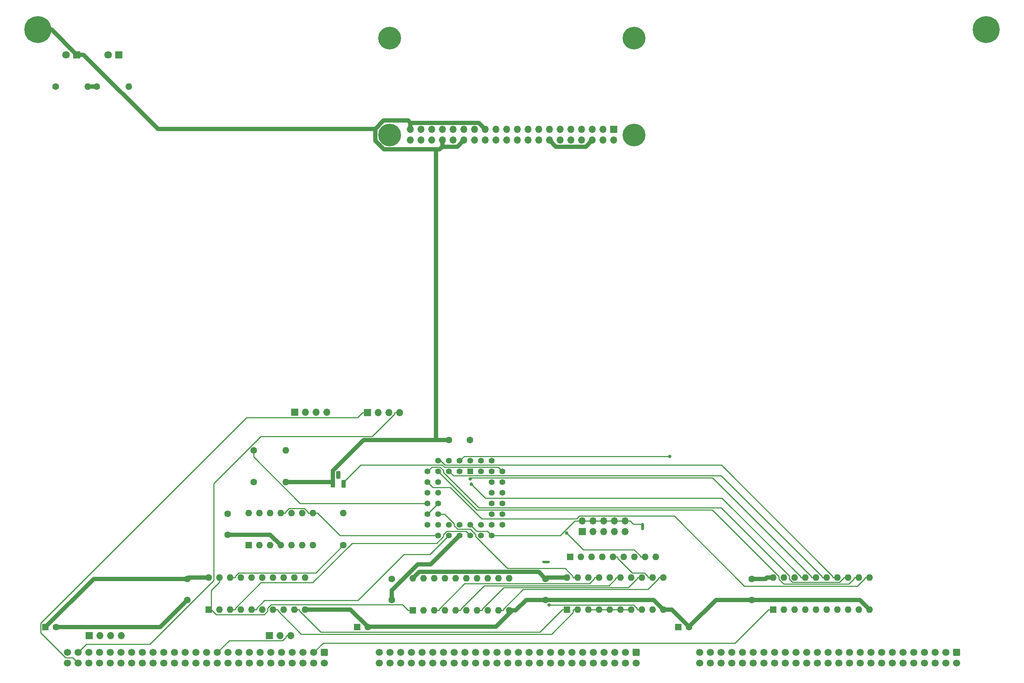
<source format=gbr>
%TF.GenerationSoftware,KiCad,Pcbnew,(6.0.11)*%
%TF.CreationDate,2023-10-14T11:52:56-04:00*%
%TF.ProjectId,input-output.SelfHost,696e7075-742d-46f7-9574-7075742e5365,rev?*%
%TF.SameCoordinates,Original*%
%TF.FileFunction,Copper,L1,Top*%
%TF.FilePolarity,Positive*%
%FSLAX46Y46*%
G04 Gerber Fmt 4.6, Leading zero omitted, Abs format (unit mm)*
G04 Created by KiCad (PCBNEW (6.0.11)) date 2023-10-14 11:52:56*
%MOMM*%
%LPD*%
G01*
G04 APERTURE LIST*
G04 Aperture macros list*
%AMRoundRect*
0 Rectangle with rounded corners*
0 $1 Rounding radius*
0 $2 $3 $4 $5 $6 $7 $8 $9 X,Y pos of 4 corners*
0 Add a 4 corners polygon primitive as box body*
4,1,4,$2,$3,$4,$5,$6,$7,$8,$9,$2,$3,0*
0 Add four circle primitives for the rounded corners*
1,1,$1+$1,$2,$3*
1,1,$1+$1,$4,$5*
1,1,$1+$1,$6,$7*
1,1,$1+$1,$8,$9*
0 Add four rect primitives between the rounded corners*
20,1,$1+$1,$2,$3,$4,$5,0*
20,1,$1+$1,$4,$5,$6,$7,0*
20,1,$1+$1,$6,$7,$8,$9,0*
20,1,$1+$1,$8,$9,$2,$3,0*%
G04 Aperture macros list end*
%TA.AperFunction,ComponentPad*%
%ADD10C,6.400000*%
%TD*%
%TA.AperFunction,ComponentPad*%
%ADD11RoundRect,0.250000X-0.600000X0.600000X-0.600000X-0.600000X0.600000X-0.600000X0.600000X0.600000X0*%
%TD*%
%TA.AperFunction,ComponentPad*%
%ADD12C,1.700000*%
%TD*%
%TA.AperFunction,ComponentPad*%
%ADD13R,1.700000X1.700000*%
%TD*%
%TA.AperFunction,ComponentPad*%
%ADD14O,1.700000X1.700000*%
%TD*%
%TA.AperFunction,ComponentPad*%
%ADD15C,5.400000*%
%TD*%
%TA.AperFunction,ComponentPad*%
%ADD16C,1.600000*%
%TD*%
%TA.AperFunction,ComponentPad*%
%ADD17O,1.600000X1.600000*%
%TD*%
%TA.AperFunction,ComponentPad*%
%ADD18R,1.600000X1.600000*%
%TD*%
%TA.AperFunction,ComponentPad*%
%ADD19R,1.800000X1.800000*%
%TD*%
%TA.AperFunction,ComponentPad*%
%ADD20C,1.800000*%
%TD*%
%TA.AperFunction,ComponentPad*%
%ADD21C,0.600000*%
%TD*%
%TA.AperFunction,ComponentPad*%
%ADD22R,1.422400X1.422400*%
%TD*%
%TA.AperFunction,ComponentPad*%
%ADD23C,1.422400*%
%TD*%
%TA.AperFunction,ComponentPad*%
%ADD24R,1.100000X1.800000*%
%TD*%
%TA.AperFunction,ComponentPad*%
%ADD25RoundRect,0.275000X-0.275000X-0.625000X0.275000X-0.625000X0.275000X0.625000X-0.275000X0.625000X0*%
%TD*%
%TA.AperFunction,ViaPad*%
%ADD26C,0.800000*%
%TD*%
%TA.AperFunction,Conductor*%
%ADD27C,0.250000*%
%TD*%
%TA.AperFunction,Conductor*%
%ADD28C,1.000000*%
%TD*%
G04 APERTURE END LIST*
%TO.C,NT1*%
G36*
X161200000Y-201800000D02*
G01*
X160000000Y-201800000D01*
X160000000Y-201200000D01*
X161200000Y-201200000D01*
X161200000Y-201800000D01*
G37*
%TO.C,NT2*%
G36*
X183800000Y-193700000D02*
G01*
X183200000Y-193700000D01*
X183200000Y-192500000D01*
X183800000Y-192500000D01*
X183800000Y-193700000D01*
G37*
%TD*%
D10*
%TO.P,H2,1,1*%
%TO.N,GND*%
X265000000Y-75000000D03*
%TD*%
%TO.P,H1,1,1*%
%TO.N,GND*%
X40000000Y-75000000D03*
%TD*%
D11*
%TO.P,P2,1,Pin_1*%
%TO.N,VCC*%
X182000000Y-223000000D03*
D12*
%TO.P,P2,2,Pin_2*%
X182000000Y-225540000D03*
%TO.P,P2,3,Pin_3*%
%TO.N,/bus/A15*%
X179460000Y-223000000D03*
%TO.P,P2,4,Pin_4*%
%TO.N,/bus/A31*%
X179460000Y-225540000D03*
%TO.P,P2,5,Pin_5*%
%TO.N,/bus/A14*%
X176920000Y-223000000D03*
%TO.P,P2,6,Pin_6*%
%TO.N,/bus/A30*%
X176920000Y-225540000D03*
%TO.P,P2,7,Pin_7*%
%TO.N,/bus/A13*%
X174380000Y-223000000D03*
%TO.P,P2,8,Pin_8*%
%TO.N,/bus/A29*%
X174380000Y-225540000D03*
%TO.P,P2,9,Pin_9*%
%TO.N,/bus/A12*%
X171840000Y-223000000D03*
%TO.P,P2,10,Pin_10*%
%TO.N,/bus/A28*%
X171840000Y-225540000D03*
%TO.P,P2,11,Pin_11*%
%TO.N,/bus/A11*%
X169300000Y-223000000D03*
%TO.P,P2,12,Pin_12*%
%TO.N,/bus/A27*%
X169300000Y-225540000D03*
%TO.P,P2,13,Pin_13*%
%TO.N,/bus/A10*%
X166760000Y-223000000D03*
%TO.P,P2,14,Pin_14*%
%TO.N,/bus/A26*%
X166760000Y-225540000D03*
%TO.P,P2,15,Pin_15*%
%TO.N,/bus/A9*%
X164220000Y-223000000D03*
%TO.P,P2,16,Pin_16*%
%TO.N,/bus/A25*%
X164220000Y-225540000D03*
%TO.P,P2,17,Pin_17*%
%TO.N,/bus/A8*%
X161680000Y-223000000D03*
%TO.P,P2,18,Pin_18*%
%TO.N,/bus/A24*%
X161680000Y-225540000D03*
%TO.P,P2,19,Pin_19*%
%TO.N,+12V*%
X159140000Y-223000000D03*
%TO.P,P2,20,Pin_20*%
X159140000Y-225540000D03*
%TO.P,P2,21,Pin_21*%
%TO.N,A7*%
X156600000Y-223000000D03*
%TO.P,P2,22,Pin_22*%
%TO.N,/bus/A23*%
X156600000Y-225540000D03*
%TO.P,P2,23,Pin_23*%
%TO.N,A6*%
X154060000Y-223000000D03*
%TO.P,P2,24,Pin_24*%
%TO.N,/bus/A22*%
X154060000Y-225540000D03*
%TO.P,P2,25,Pin_25*%
%TO.N,A5*%
X151520000Y-223000000D03*
%TO.P,P2,26,Pin_26*%
%TO.N,/bus/A21*%
X151520000Y-225540000D03*
%TO.P,P2,27,Pin_27*%
%TO.N,A4*%
X148980000Y-223000000D03*
%TO.P,P2,28,Pin_28*%
%TO.N,/bus/A20*%
X148980000Y-225540000D03*
%TO.P,P2,29,Pin_29*%
%TO.N,A3*%
X146440000Y-223000000D03*
%TO.P,P2,30,Pin_30*%
%TO.N,/bus/A19*%
X146440000Y-225540000D03*
%TO.P,P2,31,Pin_31*%
%TO.N,A2*%
X143900000Y-223000000D03*
%TO.P,P2,32,Pin_32*%
%TO.N,/bus/A18*%
X143900000Y-225540000D03*
%TO.P,P2,33,Pin_33*%
%TO.N,A1*%
X141360000Y-223000000D03*
%TO.P,P2,34,Pin_34*%
%TO.N,/bus/A17*%
X141360000Y-225540000D03*
%TO.P,P2,35,Pin_35*%
%TO.N,A0*%
X138820000Y-223000000D03*
%TO.P,P2,36,Pin_36*%
%TO.N,/bus/A16*%
X138820000Y-225540000D03*
%TO.P,P2,37,Pin_37*%
%TO.N,-12V*%
X136280000Y-223000000D03*
%TO.P,P2,38,Pin_38*%
X136280000Y-225540000D03*
%TO.P,P2,39,Pin_39*%
%TO.N,/bus/IC3*%
X133740000Y-223000000D03*
%TO.P,P2,40,Pin_40*%
%TO.N,/bus/~{TEND1}*%
X133740000Y-225540000D03*
%TO.P,P2,41,Pin_41*%
%TO.N,/bus/IC2*%
X131200000Y-223000000D03*
%TO.P,P2,42,Pin_42*%
%TO.N,/bus/~{DREQ1}*%
X131200000Y-225540000D03*
%TO.P,P2,43,Pin_43*%
%TO.N,/bus/IC1*%
X128660000Y-223000000D03*
%TO.P,P2,44,Pin_44*%
%TO.N,/bus/~{TEND0}*%
X128660000Y-225540000D03*
%TO.P,P2,45,Pin_45*%
%TO.N,/bus/IC0*%
X126120000Y-223000000D03*
%TO.P,P2,46,Pin_46*%
%TO.N,/bus/~{DREQ0}*%
X126120000Y-225540000D03*
%TO.P,P2,47,Pin_47*%
%TO.N,/bus/AUXCLK1*%
X123580000Y-223000000D03*
%TO.P,P2,48,Pin_48*%
%TO.N,/bus/AUXCLK0*%
X123580000Y-225540000D03*
%TO.P,P2,49,Pin_49*%
%TO.N,GND*%
X121040000Y-223000000D03*
%TO.P,P2,50,Pin_50*%
X121040000Y-225540000D03*
%TD*%
D11*
%TO.P,P3,1,Pin_1*%
%TO.N,VCC*%
X258000000Y-223000000D03*
D12*
%TO.P,P3,2,Pin_2*%
X258000000Y-225540000D03*
%TO.P,P3,3,Pin_3*%
%TO.N,/bus/D15*%
X255460000Y-223000000D03*
%TO.P,P3,4,Pin_4*%
%TO.N,/bus/D31*%
X255460000Y-225540000D03*
%TO.P,P3,5,Pin_5*%
%TO.N,/bus/D14*%
X252920000Y-223000000D03*
%TO.P,P3,6,Pin_6*%
%TO.N,/bus/D30*%
X252920000Y-225540000D03*
%TO.P,P3,7,Pin_7*%
%TO.N,/bus/D13*%
X250380000Y-223000000D03*
%TO.P,P3,8,Pin_8*%
%TO.N,/bus/D29*%
X250380000Y-225540000D03*
%TO.P,P3,9,Pin_9*%
%TO.N,/bus/D12*%
X247840000Y-223000000D03*
%TO.P,P3,10,Pin_10*%
%TO.N,/bus/D28*%
X247840000Y-225540000D03*
%TO.P,P3,11,Pin_11*%
%TO.N,/bus/D11*%
X245300000Y-223000000D03*
%TO.P,P3,12,Pin_12*%
%TO.N,/bus/D27*%
X245300000Y-225540000D03*
%TO.P,P3,13,Pin_13*%
%TO.N,/bus/D10*%
X242760000Y-223000000D03*
%TO.P,P3,14,Pin_14*%
%TO.N,/bus/D26*%
X242760000Y-225540000D03*
%TO.P,P3,15,Pin_15*%
%TO.N,/bus/D9*%
X240220000Y-223000000D03*
%TO.P,P3,16,Pin_16*%
%TO.N,/bus/D25*%
X240220000Y-225540000D03*
%TO.P,P3,17,Pin_17*%
%TO.N,/bus/D8*%
X237680000Y-223000000D03*
%TO.P,P3,18,Pin_18*%
%TO.N,/bus/D24*%
X237680000Y-225540000D03*
%TO.P,P3,19,Pin_19*%
%TO.N,D7*%
X235140000Y-223000000D03*
%TO.P,P3,20,Pin_20*%
%TO.N,/bus/D23*%
X235140000Y-225540000D03*
%TO.P,P3,21,Pin_21*%
%TO.N,D6*%
X232600000Y-223000000D03*
%TO.P,P3,22,Pin_22*%
%TO.N,/bus/D22*%
X232600000Y-225540000D03*
%TO.P,P3,23,Pin_23*%
%TO.N,D5*%
X230060000Y-223000000D03*
%TO.P,P3,24,Pin_24*%
%TO.N,/bus/D21*%
X230060000Y-225540000D03*
%TO.P,P3,25,Pin_25*%
%TO.N,D4*%
X227520000Y-223000000D03*
%TO.P,P3,26,Pin_26*%
%TO.N,/bus/D20*%
X227520000Y-225540000D03*
%TO.P,P3,27,Pin_27*%
%TO.N,D3*%
X224980000Y-223000000D03*
%TO.P,P3,28,Pin_28*%
%TO.N,/bus/D19*%
X224980000Y-225540000D03*
%TO.P,P3,29,Pin_29*%
%TO.N,D2*%
X222440000Y-223000000D03*
%TO.P,P3,30,Pin_30*%
%TO.N,/bus/D18*%
X222440000Y-225540000D03*
%TO.P,P3,31,Pin_31*%
%TO.N,D1*%
X219900000Y-223000000D03*
%TO.P,P3,32,Pin_32*%
%TO.N,/bus/D17*%
X219900000Y-225540000D03*
%TO.P,P3,33,Pin_33*%
%TO.N,D0*%
X217360000Y-223000000D03*
%TO.P,P3,34,Pin_34*%
%TO.N,/bus/D16*%
X217360000Y-225540000D03*
%TO.P,P3,35,Pin_35*%
%TO.N,/bus/~{BUSERR}*%
X214820000Y-223000000D03*
%TO.P,P3,36,Pin_36*%
%TO.N,/bus/UDS*%
X214820000Y-225540000D03*
%TO.P,P3,37,Pin_37*%
%TO.N,/bus/~{VPA}*%
X212280000Y-223000000D03*
%TO.P,P3,38,Pin_38*%
%TO.N,/bus/LDS*%
X212280000Y-225540000D03*
%TO.P,P3,39,Pin_39*%
%TO.N,/bus/~{VMA}*%
X209740000Y-223000000D03*
%TO.P,P3,40,Pin_40*%
%TO.N,/bus/S2*%
X209740000Y-225540000D03*
%TO.P,P3,41,Pin_41*%
%TO.N,/bus/~{BHE}*%
X207200000Y-223000000D03*
%TO.P,P3,42,Pin_42*%
%TO.N,/bus/S1*%
X207200000Y-225540000D03*
%TO.P,P3,43,Pin_43*%
%TO.N,/bus/IPL2*%
X204660000Y-223000000D03*
%TO.P,P3,44,Pin_44*%
%TO.N,/bus/S0*%
X204660000Y-225540000D03*
%TO.P,P3,45,Pin_45*%
%TO.N,/bus/IPL1*%
X202120000Y-223000000D03*
%TO.P,P3,46,Pin_46*%
%TO.N,/bus/AUXCLK3*%
X202120000Y-225540000D03*
%TO.P,P3,47,Pin_47*%
%TO.N,/bus/IPL0*%
X199580000Y-223000000D03*
%TO.P,P3,48,Pin_48*%
%TO.N,/bus/AUXCLK2*%
X199580000Y-225540000D03*
%TO.P,P3,49,Pin_49*%
%TO.N,GND*%
X197040000Y-223000000D03*
%TO.P,P3,50,Pin_50*%
X197040000Y-225540000D03*
%TD*%
D11*
%TO.P,P1,1,Pin_1*%
%TO.N,VCC*%
X108000000Y-223000000D03*
D12*
%TO.P,P1,2,Pin_2*%
X108000000Y-225540000D03*
%TO.P,P1,3,Pin_3*%
%TO.N,~{RD}*%
X105460000Y-223000000D03*
%TO.P,P1,4,Pin_4*%
%TO.N,/bus/E*%
X105460000Y-225540000D03*
%TO.P,P1,5,Pin_5*%
%TO.N,~{WR}*%
X102920000Y-223000000D03*
%TO.P,P1,6,Pin_6*%
%TO.N,/bus/ST*%
X102920000Y-225540000D03*
%TO.P,P1,7,Pin_7*%
%TO.N,~{IORQ}*%
X100380000Y-223000000D03*
%TO.P,P1,8,Pin_8*%
%TO.N,/bus/PHI*%
X100380000Y-225540000D03*
%TO.P,P1,9,Pin_9*%
%TO.N,/bus/~{MREQ}*%
X97840000Y-223000000D03*
%TO.P,P1,10,Pin_10*%
%TO.N,/bus/~{INT2}*%
X97840000Y-225540000D03*
%TO.P,P1,11,Pin_11*%
%TO.N,~{M1}*%
X95300000Y-223000000D03*
%TO.P,P1,12,Pin_12*%
%TO.N,/bus/~{INT1}*%
X95300000Y-225540000D03*
%TO.P,P1,13,Pin_13*%
%TO.N,/bus/~{BUSACK}*%
X92760000Y-223000000D03*
%TO.P,P1,14,Pin_14*%
%TO.N,/bus/CRUCLK*%
X92760000Y-225540000D03*
%TO.P,P1,15,Pin_15*%
%TO.N,/bus/CLK*%
X90220000Y-223000000D03*
%TO.P,P1,16,Pin_16*%
%TO.N,/bus/CRUOUT*%
X90220000Y-225540000D03*
%TO.P,P1,17,Pin_17*%
%TO.N,/bus/~{INT0}*%
X87680000Y-223000000D03*
%TO.P,P1,18,Pin_18*%
%TO.N,/bus/CRUIN*%
X87680000Y-225540000D03*
%TO.P,P1,19,Pin_19*%
%TO.N,/bus/~{NMI}*%
X85140000Y-223000000D03*
%TO.P,P1,20,Pin_20*%
%TO.N,~{RES_IN}*%
X85140000Y-225540000D03*
%TO.P,P1,21,Pin_21*%
%TO.N,~{RES_OUT}*%
X82600000Y-223000000D03*
%TO.P,P1,22,Pin_22*%
%TO.N,/bus/USER8*%
X82600000Y-225540000D03*
%TO.P,P1,23,Pin_23*%
%TO.N,/bus/~{BUSRQ}*%
X80060000Y-223000000D03*
%TO.P,P1,24,Pin_24*%
%TO.N,/bus/USER7*%
X80060000Y-225540000D03*
%TO.P,P1,25,Pin_25*%
%TO.N,/bus/~{WAIT}*%
X77520000Y-223000000D03*
%TO.P,P1,26,Pin_26*%
%TO.N,/bus/USER6*%
X77520000Y-225540000D03*
%TO.P,P1,27,Pin_27*%
%TO.N,/bus/~{HALT}*%
X74980000Y-223000000D03*
%TO.P,P1,28,Pin_28*%
%TO.N,/bus/USER5*%
X74980000Y-225540000D03*
%TO.P,P1,29,Pin_29*%
%TO.N,/bus/~{RFSH}*%
X72440000Y-223000000D03*
%TO.P,P1,30,Pin_30*%
%TO.N,/bus/USER4*%
X72440000Y-225540000D03*
%TO.P,P1,31,Pin_31*%
%TO.N,/bus/~{EIRQ7}*%
X69900000Y-223000000D03*
%TO.P,P1,32,Pin_32*%
%TO.N,/bus/USER3*%
X69900000Y-225540000D03*
%TO.P,P1,33,Pin_33*%
%TO.N,/bus/~{EIRQ6}*%
X67360000Y-223000000D03*
%TO.P,P1,34,Pin_34*%
%TO.N,/bus/USER2*%
X67360000Y-225540000D03*
%TO.P,P1,35,Pin_35*%
%TO.N,/bus/~{EIRQ5}*%
X64820000Y-223000000D03*
%TO.P,P1,36,Pin_36*%
%TO.N,/bus/USER1*%
X64820000Y-225540000D03*
%TO.P,P1,37,Pin_37*%
%TO.N,/bus/~{EIRQ4}*%
X62280000Y-223000000D03*
%TO.P,P1,38,Pin_38*%
%TO.N,/bus/USER0*%
X62280000Y-225540000D03*
%TO.P,P1,39,Pin_39*%
%TO.N,/bus/~{EIRQ3}*%
X59740000Y-223000000D03*
%TO.P,P1,40,Pin_40*%
%TO.N,~{BAI}*%
X59740000Y-225540000D03*
%TO.P,P1,41,Pin_41*%
%TO.N,/bus/~{EIRQ2}*%
X57200000Y-223000000D03*
%TO.P,P1,42,Pin_42*%
%TO.N,~{BAO}*%
X57200000Y-225540000D03*
%TO.P,P1,43,Pin_43*%
%TO.N,/bus/~{EIRQ1}*%
X54660000Y-223000000D03*
%TO.P,P1,44,Pin_44*%
%TO.N,~{IEI}*%
X54660000Y-225540000D03*
%TO.P,P1,45,Pin_45*%
%TO.N,/bus/~{EIRQ0}*%
X52120000Y-223000000D03*
%TO.P,P1,46,Pin_46*%
%TO.N,~{IEO}*%
X52120000Y-225540000D03*
%TO.P,P1,47,Pin_47*%
%TO.N,I2C_SCL*%
X49580000Y-223000000D03*
%TO.P,P1,48,Pin_48*%
%TO.N,I2C_SDA*%
X49580000Y-225540000D03*
%TO.P,P1,49,Pin_49*%
%TO.N,GND*%
X47040000Y-223000000D03*
%TO.P,P1,50,Pin_50*%
X47040000Y-225540000D03*
%TD*%
D13*
%TO.P,J1,1,Pin_1*%
%TO.N,unconnected-(J1-Pad1)*%
X176650000Y-98700000D03*
D14*
%TO.P,J1,2,Pin_2*%
%TO.N,VCC*%
X176650000Y-101240000D03*
%TO.P,J1,3,Pin_3*%
%TO.N,Net-(J1-Pad3)*%
X174110000Y-98700000D03*
%TO.P,J1,4,Pin_4*%
%TO.N,VCC*%
X174110000Y-101240000D03*
%TO.P,J1,5,Pin_5*%
%TO.N,Net-(J1-Pad5)*%
X171570000Y-98700000D03*
%TO.P,J1,6,Pin_6*%
%TO.N,GND*%
X171570000Y-101240000D03*
%TO.P,J1,7,Pin_7*%
%TO.N,unconnected-(J1-Pad7)*%
X169030000Y-98700000D03*
%TO.P,J1,8,Pin_8*%
%TO.N,Net-(J1-Pad8)*%
X169030000Y-101240000D03*
%TO.P,J1,9,Pin_9*%
%TO.N,GND*%
X166490000Y-98700000D03*
%TO.P,J1,10,Pin_10*%
%TO.N,Net-(J1-Pad10)*%
X166490000Y-101240000D03*
%TO.P,J1,11,Pin_11*%
%TO.N,unconnected-(J1-Pad11)*%
X163950000Y-98700000D03*
%TO.P,J1,12,Pin_12*%
%TO.N,unconnected-(J1-Pad12)*%
X163950000Y-101240000D03*
%TO.P,J1,13,Pin_13*%
%TO.N,unconnected-(J1-Pad13)*%
X161410000Y-98700000D03*
%TO.P,J1,14,Pin_14*%
%TO.N,GND*%
X161410000Y-101240000D03*
%TO.P,J1,15,Pin_15*%
%TO.N,unconnected-(J1-Pad15)*%
X158870000Y-98700000D03*
%TO.P,J1,16,Pin_16*%
%TO.N,unconnected-(J1-Pad16)*%
X158870000Y-101240000D03*
%TO.P,J1,17,Pin_17*%
%TO.N,unconnected-(J1-Pad17)*%
X156330000Y-98700000D03*
%TO.P,J1,18,Pin_18*%
%TO.N,unconnected-(J1-Pad18)*%
X156330000Y-101240000D03*
%TO.P,J1,19,Pin_19*%
%TO.N,unconnected-(J1-Pad19)*%
X153790000Y-98700000D03*
%TO.P,J1,20,Pin_20*%
%TO.N,GND*%
X153790000Y-101240000D03*
%TO.P,J1,21,Pin_21*%
%TO.N,unconnected-(J1-Pad21)*%
X151250000Y-98700000D03*
%TO.P,J1,22,Pin_22*%
%TO.N,unconnected-(J1-Pad22)*%
X151250000Y-101240000D03*
%TO.P,J1,23,Pin_23*%
%TO.N,unconnected-(J1-Pad23)*%
X148710000Y-98700000D03*
%TO.P,J1,24,Pin_24*%
%TO.N,unconnected-(J1-Pad24)*%
X148710000Y-101240000D03*
%TO.P,J1,25,Pin_25*%
%TO.N,GND*%
X146170000Y-98700000D03*
%TO.P,J1,26,Pin_26*%
%TO.N,unconnected-(J1-Pad26)*%
X146170000Y-101240000D03*
%TO.P,J1,27,Pin_27*%
%TO.N,unconnected-(J1-Pad27)*%
X143630000Y-98700000D03*
%TO.P,J1,28,Pin_28*%
%TO.N,unconnected-(J1-Pad28)*%
X143630000Y-101240000D03*
%TO.P,J1,29,Pin_29*%
%TO.N,unconnected-(J1-Pad29)*%
X141090000Y-98700000D03*
%TO.P,J1,30,Pin_30*%
%TO.N,GND*%
X141090000Y-101240000D03*
%TO.P,J1,31,Pin_31*%
%TO.N,unconnected-(J1-Pad31)*%
X138550000Y-98700000D03*
%TO.P,J1,32,Pin_32*%
%TO.N,unconnected-(J1-Pad32)*%
X138550000Y-101240000D03*
%TO.P,J1,33,Pin_33*%
%TO.N,unconnected-(J1-Pad33)*%
X136010000Y-98700000D03*
%TO.P,J1,34,Pin_34*%
%TO.N,GND*%
X136010000Y-101240000D03*
%TO.P,J1,35,Pin_35*%
%TO.N,unconnected-(J1-Pad35)*%
X133470000Y-98700000D03*
%TO.P,J1,36,Pin_36*%
%TO.N,unconnected-(J1-Pad36)*%
X133470000Y-101240000D03*
%TO.P,J1,37,Pin_37*%
%TO.N,unconnected-(J1-Pad37)*%
X130930000Y-98700000D03*
%TO.P,J1,38,Pin_38*%
%TO.N,unconnected-(J1-Pad38)*%
X130930000Y-101240000D03*
%TO.P,J1,39,Pin_39*%
%TO.N,GND*%
X128390000Y-98700000D03*
%TO.P,J1,40,Pin_40*%
%TO.N,unconnected-(J1-Pad40)*%
X128390000Y-101240000D03*
D15*
%TO.P,J1,41,MH*%
%TO.N,unconnected-(J1-Pad41)*%
X181500000Y-100000000D03*
%TO.P,J1,42,MH*%
%TO.N,unconnected-(J1-Pad42)*%
X123500000Y-100000000D03*
%TO.P,J1,43,MH*%
%TO.N,unconnected-(J1-Pad43)*%
X181500000Y-77000000D03*
%TO.P,J1,44,MH*%
%TO.N,unconnected-(J1-Pad44)*%
X123500000Y-77000000D03*
%TD*%
D16*
%TO.P,R2,1*%
%TO.N,/UART/TX*%
X91190000Y-175000000D03*
D17*
%TO.P,R2,2*%
%TO.N,TX-3.3*%
X98810000Y-175000000D03*
%TD*%
D18*
%TO.P,C22,1*%
%TO.N,VCC*%
X115794900Y-217000000D03*
D16*
%TO.P,C22,2*%
%TO.N,GND*%
X118294900Y-217000000D03*
%TD*%
%TO.P,C10,1*%
%TO.N,VCC*%
X142500000Y-172500000D03*
%TO.P,C10,2*%
%TO.N,GND*%
X137500000Y-172500000D03*
%TD*%
D13*
%TO.P,J2,1,Pin_1*%
%TO.N,I2C_SDA*%
X118200000Y-166000000D03*
D14*
%TO.P,J2,2,Pin_2*%
%TO.N,Net-(J1-Pad3)*%
X120740000Y-166000000D03*
%TO.P,J2,3,Pin_3*%
%TO.N,Net-(J1-Pad5)*%
X123280000Y-166000000D03*
%TO.P,J2,4,Pin_4*%
%TO.N,I2C_SCL*%
X125820000Y-166000000D03*
%TD*%
D19*
%TO.P,D1,1,K*%
%TO.N,GND*%
X49250000Y-80950000D03*
D20*
%TO.P,D1,2,A*%
%TO.N,Net-(D1-Pad2)*%
X46710000Y-80950000D03*
%TD*%
D16*
%TO.P,C14,1*%
%TO.N,VCC*%
X160500000Y-205500000D03*
%TO.P,C14,2*%
%TO.N,GND*%
X160500000Y-210500000D03*
%TD*%
D18*
%TO.P,C20,1*%
%TO.N,VCC*%
X192000000Y-217000000D03*
D16*
%TO.P,C20,2*%
%TO.N,GND*%
X194500000Y-217000000D03*
%TD*%
D18*
%TO.P,U21,1,G*%
%TO.N,~{bIORQ}*%
X165575000Y-212800000D03*
D17*
%TO.P,U21,2,P0*%
%TO.N,~{bM1}*%
X168115000Y-212800000D03*
%TO.P,U21,3,R0*%
%TO.N,Net-(RN1-Pad9)*%
X170655000Y-212800000D03*
%TO.P,U21,4,P1*%
X173195000Y-212800000D03*
%TO.P,U21,5,R1*%
X175735000Y-212800000D03*
%TO.P,U21,6,P2*%
X178275000Y-212800000D03*
%TO.P,U21,7,R2*%
X180815000Y-212800000D03*
%TO.P,U21,8,P3*%
%TO.N,bA3*%
X183355000Y-212800000D03*
%TO.P,U21,9,R3*%
%TO.N,Net-(RN1-Pad6)*%
X185895000Y-212800000D03*
%TO.P,U21,10,GND*%
%TO.N,GND*%
X188435000Y-212800000D03*
%TO.P,U21,11,P4*%
%TO.N,bA4*%
X188435000Y-205180000D03*
%TO.P,U21,12,R4*%
%TO.N,Net-(RN1-Pad5)*%
X185895000Y-205180000D03*
%TO.P,U21,13,P5*%
%TO.N,bA5*%
X183355000Y-205180000D03*
%TO.P,U21,14,R5*%
%TO.N,Net-(RN1-Pad4)*%
X180815000Y-205180000D03*
%TO.P,U21,15,P6*%
%TO.N,bA6*%
X178275000Y-205180000D03*
%TO.P,U21,16,R6*%
%TO.N,Net-(RN1-Pad3)*%
X175735000Y-205180000D03*
%TO.P,U21,17,P7*%
%TO.N,bA7*%
X173195000Y-205180000D03*
%TO.P,U21,18,R7*%
%TO.N,Net-(RN1-Pad2)*%
X170655000Y-205180000D03*
%TO.P,U21,19,P=R*%
%TO.N,~{CS-UART}*%
X168115000Y-205180000D03*
%TO.P,U21,20,VCC*%
%TO.N,VCC*%
X165575000Y-205180000D03*
%TD*%
D16*
%TO.P,C9,1*%
%TO.N,VCC*%
X85000000Y-190000000D03*
%TO.P,C9,2*%
%TO.N,GND*%
X85000000Y-195000000D03*
%TD*%
D13*
%TO.P,J9,1,Pin_1*%
%TO.N,~{RES_IN}*%
X94975000Y-219000000D03*
D14*
%TO.P,J9,2,Pin_2*%
%TO.N,Net-(J9-Pad2)*%
X97515000Y-219000000D03*
%TO.P,J9,3,Pin_3*%
%TO.N,~{RES_OUT}*%
X100055000Y-219000000D03*
%TD*%
D16*
%TO.P,R1,1*%
%TO.N,Net-(D1-Pad2)*%
X44190000Y-88500000D03*
D17*
%TO.P,R1,2*%
%TO.N,VCC*%
X51810000Y-88500000D03*
%TD*%
D18*
%TO.P,U14,1,A->B*%
%TO.N,~{RD}*%
X214500000Y-212800000D03*
D17*
%TO.P,U14,2,A0*%
%TO.N,D0*%
X217040000Y-212800000D03*
%TO.P,U14,3,A1*%
%TO.N,D1*%
X219580000Y-212800000D03*
%TO.P,U14,4,A2*%
%TO.N,D2*%
X222120000Y-212800000D03*
%TO.P,U14,5,A3*%
%TO.N,D3*%
X224660000Y-212800000D03*
%TO.P,U14,6,A4*%
%TO.N,D4*%
X227200000Y-212800000D03*
%TO.P,U14,7,A5*%
%TO.N,D5*%
X229740000Y-212800000D03*
%TO.P,U14,8,A6*%
%TO.N,D6*%
X232280000Y-212800000D03*
%TO.P,U14,9,A7*%
%TO.N,D7*%
X234820000Y-212800000D03*
%TO.P,U14,10,GND*%
%TO.N,GND*%
X237360000Y-212800000D03*
%TO.P,U14,11,B7*%
%TO.N,bD7*%
X237360000Y-205180000D03*
%TO.P,U14,12,B6*%
%TO.N,bD6*%
X234820000Y-205180000D03*
%TO.P,U14,13,B5*%
%TO.N,bD5*%
X232280000Y-205180000D03*
%TO.P,U14,14,B4*%
%TO.N,bD4*%
X229740000Y-205180000D03*
%TO.P,U14,15,B3*%
%TO.N,bD3*%
X227200000Y-205180000D03*
%TO.P,U14,16,B2*%
%TO.N,bD2*%
X224660000Y-205180000D03*
%TO.P,U14,17,B1*%
%TO.N,bD1*%
X222120000Y-205180000D03*
%TO.P,U14,18,B0*%
%TO.N,bD0*%
X219580000Y-205180000D03*
%TO.P,U14,19,CE*%
%TO.N,~{CS-UART}*%
X217040000Y-205180000D03*
%TO.P,U14,20,VCC*%
%TO.N,VCC*%
X214500000Y-205180000D03*
%TD*%
D16*
%TO.P,R4,1*%
%TO.N,~{bRESET}*%
X112500000Y-197500000D03*
D17*
%TO.P,R4,2*%
%TO.N,Net-(Q1-Pad2)*%
X112500000Y-189880000D03*
%TD*%
D18*
%TO.P,C21,1*%
%TO.N,VCC*%
X41794900Y-217000000D03*
D16*
%TO.P,C21,2*%
%TO.N,GND*%
X44294900Y-217000000D03*
%TD*%
%TO.P,R5,1*%
%TO.N,VCC*%
X54000000Y-88500000D03*
D17*
%TO.P,R5,2*%
%TO.N,Net-(D2-Pad2)*%
X61620000Y-88500000D03*
%TD*%
D16*
%TO.P,C12,1*%
%TO.N,VCC*%
X124000000Y-205500000D03*
%TO.P,C12,2*%
%TO.N,GND*%
X124000000Y-210500000D03*
%TD*%
D21*
%TO.P,NT1,1,1*%
%TO.N,VCC*%
X160000000Y-201500000D03*
%TO.P,NT1,2,2*%
%TO.N,ONE*%
X161200000Y-201500000D03*
%TD*%
D13*
%TO.P,P4,1,Pin_1*%
%TO.N,~{IEO}*%
X52200000Y-219000000D03*
D14*
%TO.P,P4,2,Pin_2*%
%TO.N,~{IEI}*%
X54740000Y-219000000D03*
%TO.P,P4,3,Pin_3*%
%TO.N,~{BAO}*%
X57280000Y-219000000D03*
%TO.P,P4,4,Pin_4*%
%TO.N,~{BAI}*%
X59820000Y-219000000D03*
%TD*%
D16*
%TO.P,R3,1*%
%TO.N,TX-3.3*%
X91190000Y-182500000D03*
D17*
%TO.P,R3,2*%
%TO.N,GND*%
X98810000Y-182500000D03*
%TD*%
D13*
%TO.P,SW1,1,Pin_1*%
%TO.N,Net-(RN1-Pad2)*%
X169200000Y-194275000D03*
D14*
%TO.P,SW1,2,Pin_2*%
%TO.N,ZERO*%
X169200000Y-191735000D03*
%TO.P,SW1,3,Pin_3*%
%TO.N,Net-(RN1-Pad3)*%
X171740000Y-194275000D03*
%TO.P,SW1,4,Pin_4*%
%TO.N,ZERO*%
X171740000Y-191735000D03*
%TO.P,SW1,5,Pin_5*%
%TO.N,Net-(RN1-Pad4)*%
X174280000Y-194275000D03*
%TO.P,SW1,6,Pin_6*%
%TO.N,ZERO*%
X174280000Y-191735000D03*
%TO.P,SW1,7,Pin_7*%
%TO.N,Net-(RN1-Pad5)*%
X176820000Y-194275000D03*
%TO.P,SW1,8,Pin_8*%
%TO.N,ZERO*%
X176820000Y-191735000D03*
%TO.P,SW1,9,Pin_9*%
%TO.N,Net-(RN1-Pad6)*%
X179360000Y-194275000D03*
%TO.P,SW1,10,Pin_10*%
%TO.N,ZERO*%
X179360000Y-191735000D03*
%TD*%
D16*
%TO.P,C17,1*%
%TO.N,VCC*%
X75500000Y-205500000D03*
%TO.P,C17,2*%
%TO.N,GND*%
X75500000Y-210500000D03*
%TD*%
D21*
%TO.P,NT2,1,1*%
%TO.N,GND*%
X183500000Y-193700000D03*
%TO.P,NT2,2,2*%
%TO.N,ZERO*%
X183500000Y-192500000D03*
%TD*%
D18*
%TO.P,U2,1,Pin_1*%
%TO.N,VCC*%
X90000000Y-197500000D03*
D17*
%TO.P,U2,2,Pin_2*%
%TO.N,unconnected-(U2-Pad2)*%
X92540000Y-197500000D03*
%TO.P,U2,3,Pin_3*%
%TO.N,unconnected-(U2-Pad3)*%
X95080000Y-197500000D03*
%TO.P,U2,4,Pin_4*%
%TO.N,GND*%
X97620000Y-197500000D03*
%TO.P,U2,5,Pin_5*%
%TO.N,unconnected-(U2-Pad5)*%
X100160000Y-197500000D03*
%TO.P,U2,6,Pin_6*%
%TO.N,unconnected-(U2-Pad6)*%
X102700000Y-197500000D03*
%TO.P,U2,7,Pin_7*%
%TO.N,GND*%
X105240000Y-197500000D03*
%TO.P,U2,8,Pin_8*%
%TO.N,UART-CLK*%
X105240000Y-189880000D03*
%TO.P,U2,9,Pin_9*%
%TO.N,unconnected-(U2-Pad9)*%
X102700000Y-189880000D03*
%TO.P,U2,10,Pin_10*%
%TO.N,unconnected-(U2-Pad10)*%
X100160000Y-189880000D03*
%TO.P,U2,11,Pin_11*%
%TO.N,UART-CLK*%
X97620000Y-189880000D03*
%TO.P,U2,12,Pin_12*%
%TO.N,unconnected-(U2-Pad12)*%
X95080000Y-189880000D03*
%TO.P,U2,13,Pin_13*%
%TO.N,unconnected-(U2-Pad13)*%
X92540000Y-189880000D03*
%TO.P,U2,14,Pin_14*%
%TO.N,VCC*%
X90000000Y-189880000D03*
%TD*%
D18*
%TO.P,U13,1,OEa*%
%TO.N,ZERO*%
X129000000Y-213000000D03*
D17*
%TO.P,U13,2,I0a*%
%TO.N,A0*%
X131540000Y-213000000D03*
%TO.P,U13,3,O3b*%
%TO.N,bA7*%
X134080000Y-213000000D03*
%TO.P,U13,4,I1a*%
%TO.N,A1*%
X136620000Y-213000000D03*
%TO.P,U13,5,O2b*%
%TO.N,bA6*%
X139160000Y-213000000D03*
%TO.P,U13,6,I2a*%
%TO.N,A2*%
X141700000Y-213000000D03*
%TO.P,U13,7,O1b*%
%TO.N,bA5*%
X144240000Y-213000000D03*
%TO.P,U13,8,I3a*%
%TO.N,A3*%
X146780000Y-213000000D03*
%TO.P,U13,9,O0b*%
%TO.N,bA4*%
X149320000Y-213000000D03*
%TO.P,U13,10,GND*%
%TO.N,GND*%
X151860000Y-213000000D03*
%TO.P,U13,11,I0b*%
%TO.N,A4*%
X151860000Y-205380000D03*
%TO.P,U13,12,O3a*%
%TO.N,bA3*%
X149320000Y-205380000D03*
%TO.P,U13,13,I1b*%
%TO.N,A5*%
X146780000Y-205380000D03*
%TO.P,U13,14,O2a*%
%TO.N,bA2*%
X144240000Y-205380000D03*
%TO.P,U13,15,I2b*%
%TO.N,A6*%
X141700000Y-205380000D03*
%TO.P,U13,16,O1a*%
%TO.N,bA1*%
X139160000Y-205380000D03*
%TO.P,U13,17,I3b*%
%TO.N,A7*%
X136620000Y-205380000D03*
%TO.P,U13,18,O0a*%
%TO.N,bA0*%
X134080000Y-205380000D03*
%TO.P,U13,19,OEb*%
%TO.N,ZERO*%
X131540000Y-205380000D03*
%TO.P,U13,20,VCC*%
%TO.N,VCC*%
X129000000Y-205380000D03*
%TD*%
D13*
%TO.P,J3,1,Pin_1*%
%TO.N,TX-3.3*%
X100920000Y-165930000D03*
D14*
%TO.P,J3,2,Pin_2*%
%TO.N,Net-(J1-Pad8)*%
X103460000Y-165930000D03*
%TO.P,J3,3,Pin_3*%
%TO.N,Net-(J1-Pad10)*%
X106000000Y-165930000D03*
%TO.P,J3,4,Pin_4*%
%TO.N,RX-3.3*%
X108540000Y-165930000D03*
%TD*%
D18*
%TO.P,U15,1,OEa*%
%TO.N,ZERO*%
X80575000Y-212800000D03*
D17*
%TO.P,U15,2,I0a*%
%TO.N,Net-(J9-Pad2)*%
X83115000Y-212800000D03*
%TO.P,U15,3,O3b*%
%TO.N,~{bRD}*%
X85655000Y-212800000D03*
%TO.P,U15,4,I1a*%
%TO.N,unconnected-(U15-Pad4)*%
X88195000Y-212800000D03*
%TO.P,U15,5,O2b*%
%TO.N,~{bWR}*%
X90735000Y-212800000D03*
%TO.P,U15,6,I2a*%
%TO.N,unconnected-(U15-Pad6)*%
X93275000Y-212800000D03*
%TO.P,U15,7,O1b*%
%TO.N,~{bM1}*%
X95815000Y-212800000D03*
%TO.P,U15,8,I3a*%
%TO.N,unconnected-(U15-Pad8)*%
X98355000Y-212800000D03*
%TO.P,U15,9,O0b*%
%TO.N,~{bIORQ}*%
X100895000Y-212800000D03*
%TO.P,U15,10,GND*%
%TO.N,GND*%
X103435000Y-212800000D03*
%TO.P,U15,11,I0b*%
%TO.N,~{IORQ}*%
X103435000Y-205180000D03*
%TO.P,U15,12,O3a*%
%TO.N,unconnected-(U15-Pad12)*%
X100895000Y-205180000D03*
%TO.P,U15,13,I1b*%
%TO.N,~{M1}*%
X98355000Y-205180000D03*
%TO.P,U15,14,O2a*%
%TO.N,unconnected-(U15-Pad14)*%
X95815000Y-205180000D03*
%TO.P,U15,15,I2b*%
%TO.N,~{WR}*%
X93275000Y-205180000D03*
%TO.P,U15,16,O1a*%
%TO.N,unconnected-(U15-Pad16)*%
X90735000Y-205180000D03*
%TO.P,U15,17,I3b*%
%TO.N,~{RD}*%
X88195000Y-205180000D03*
%TO.P,U15,18,O0a*%
%TO.N,~{bRESET}*%
X85655000Y-205180000D03*
%TO.P,U15,19,OEb*%
%TO.N,ZERO*%
X83115000Y-205180000D03*
%TO.P,U15,20,VCC*%
%TO.N,VCC*%
X80575000Y-205180000D03*
%TD*%
D16*
%TO.P,C5,1*%
%TO.N,VCC*%
X209425000Y-205500000D03*
%TO.P,C5,2*%
%TO.N,GND*%
X209425000Y-210500000D03*
%TD*%
D22*
%TO.P,U3,1,nc*%
%TO.N,unconnected-(U3-Pad1)*%
X142620000Y-179960000D03*
D23*
%TO.P,U3,2,D0*%
%TO.N,bD0*%
X140080000Y-177420000D03*
%TO.P,U3,3,D1*%
%TO.N,bD1*%
X140080000Y-179960000D03*
%TO.P,U3,4,D2*%
%TO.N,bD2*%
X137540000Y-177420000D03*
%TO.P,U3,5,D3*%
%TO.N,bD3*%
X137540000Y-179960000D03*
%TO.P,U3,6,D4*%
%TO.N,bD4*%
X135000000Y-177420000D03*
%TO.P,U3,7,D5*%
%TO.N,bD5*%
X132460000Y-179960000D03*
%TO.P,U3,8,D6*%
%TO.N,bD6*%
X135000000Y-179960000D03*
%TO.P,U3,9,D7*%
%TO.N,bD7*%
X132460000Y-182500000D03*
%TO.P,U3,10,RCLK*%
%TO.N,Net-(U3-Pad10)*%
X135000000Y-182500000D03*
%TO.P,U3,11,SIN*%
%TO.N,RX-3.3*%
X132460000Y-185040000D03*
%TO.P,U3,12,nc*%
%TO.N,unconnected-(U3-Pad12)*%
X135000000Y-185040000D03*
%TO.P,U3,13,SOUT*%
%TO.N,/UART/TX*%
X132460000Y-187580000D03*
%TO.P,U3,14,CS0*%
%TO.N,ONE*%
X135000000Y-187580000D03*
%TO.P,U3,15,CS1*%
X132460000Y-190120000D03*
%TO.P,U3,16,~{CS2}*%
%TO.N,~{CS-UART}*%
X135000000Y-190120000D03*
%TO.P,U3,17,~{BAUDOUT}*%
%TO.N,Net-(U3-Pad10)*%
X132460000Y-192660000D03*
%TO.P,U3,18,XIN*%
%TO.N,UART-CLK*%
X135000000Y-195200000D03*
%TO.P,U3,19,XOUT*%
%TO.N,unconnected-(U3-Pad19)*%
X135000000Y-192660000D03*
%TO.P,U3,20,~{WR}*%
%TO.N,~{bWR}*%
X137540000Y-195200000D03*
%TO.P,U3,21,WR*%
%TO.N,ZERO*%
X137540000Y-192660000D03*
%TO.P,U3,22,GND*%
%TO.N,GND*%
X140080000Y-195200000D03*
%TO.P,U3,23,nc*%
%TO.N,unconnected-(U3-Pad23)*%
X140080000Y-192660000D03*
%TO.P,U3,24,~{RD}*%
%TO.N,~{bRD}*%
X142620000Y-195200000D03*
%TO.P,U3,25,RD*%
%TO.N,ZERO*%
X142620000Y-192660000D03*
%TO.P,U3,26,DDIS*%
%TO.N,unconnected-(U3-Pad26)*%
X145160000Y-195200000D03*
%TO.P,U3,27,~{TXRDY}*%
%TO.N,unconnected-(U3-Pad27)*%
X145160000Y-192660000D03*
%TO.P,U3,28,~{ADS}*%
%TO.N,ZERO*%
X147700000Y-195200000D03*
%TO.P,U3,29,A2*%
%TO.N,bA2*%
X150240000Y-192660000D03*
%TO.P,U3,30,A1*%
%TO.N,bA1*%
X147700000Y-192660000D03*
%TO.P,U3,31,A0*%
%TO.N,bA0*%
X150240000Y-190120000D03*
%TO.P,U3,32,~{RXRDY}*%
%TO.N,unconnected-(U3-Pad32)*%
X147700000Y-190120000D03*
%TO.P,U3,33,INTR*%
%TO.N,unconnected-(U3-Pad33)*%
X150240000Y-187580000D03*
%TO.P,U3,34,nc*%
%TO.N,unconnected-(U3-Pad34)*%
X147700000Y-187580000D03*
%TO.P,U3,35,~{OUT2}*%
%TO.N,unconnected-(U3-Pad35)*%
X150240000Y-185040000D03*
%TO.P,U3,36,~{RTS}*%
%TO.N,unconnected-(U3-Pad36)*%
X147700000Y-185040000D03*
%TO.P,U3,37,~{DTR}*%
%TO.N,unconnected-(U3-Pad37)*%
X150240000Y-182500000D03*
%TO.P,U3,38,~{OUT1}*%
%TO.N,unconnected-(U3-Pad38)*%
X147700000Y-182500000D03*
%TO.P,U3,39,MR*%
%TO.N,RESET*%
X150240000Y-179960000D03*
%TO.P,U3,40,~{CTS}*%
%TO.N,ZERO*%
X147700000Y-177420000D03*
%TO.P,U3,41,~{DSR}*%
X147700000Y-179960000D03*
%TO.P,U3,42,~{DCD}*%
X145160000Y-177420000D03*
%TO.P,U3,43,~{RI}*%
%TO.N,ONE*%
X145160000Y-179960000D03*
%TO.P,U3,44,VCC*%
%TO.N,VCC*%
X142620000Y-177420000D03*
%TD*%
D18*
%TO.P,RN1,1,common*%
%TO.N,VCC*%
X166295000Y-200305000D03*
D17*
%TO.P,RN1,2,R1*%
%TO.N,Net-(RN1-Pad2)*%
X168835000Y-200305000D03*
%TO.P,RN1,3,R2*%
%TO.N,Net-(RN1-Pad3)*%
X171375000Y-200305000D03*
%TO.P,RN1,4,R3*%
%TO.N,Net-(RN1-Pad4)*%
X173915000Y-200305000D03*
%TO.P,RN1,5,R4*%
%TO.N,Net-(RN1-Pad5)*%
X176455000Y-200305000D03*
%TO.P,RN1,6,R5*%
%TO.N,Net-(RN1-Pad6)*%
X178995000Y-200305000D03*
%TO.P,RN1,7,R6*%
%TO.N,unconnected-(RN1-Pad7)*%
X181535000Y-200305000D03*
%TO.P,RN1,8,R7*%
%TO.N,RESET*%
X184075000Y-200305000D03*
%TO.P,RN1,9,R8*%
%TO.N,Net-(RN1-Pad9)*%
X186615000Y-200305000D03*
%TD*%
D19*
%TO.P,D2,1,K*%
%TO.N,~{CS-UART}*%
X59250000Y-80950000D03*
D20*
%TO.P,D2,2,A*%
%TO.N,Net-(D2-Pad2)*%
X56710000Y-80950000D03*
%TD*%
D24*
%TO.P,Q1,1,E*%
%TO.N,GND*%
X110000000Y-182900000D03*
D25*
%TO.P,Q1,2,B*%
%TO.N,Net-(Q1-Pad2)*%
X111270000Y-180830000D03*
%TO.P,Q1,3,C*%
%TO.N,RESET*%
X112540000Y-182900000D03*
%TD*%
D26*
%TO.N,RESET*%
X165498000Y-194636400D03*
%TO.N,bA3*%
X161336100Y-211674700D03*
%TO.N,bD0*%
X189932300Y-176376300D03*
%TO.N,bD1*%
X142826800Y-182984200D03*
%TO.N,bD2*%
X142600300Y-181731500D03*
%TD*%
D27*
%TO.N,~{RES_OUT}*%
X85424700Y-220175300D02*
X82600000Y-223000000D01*
X98071800Y-220175300D02*
X85424700Y-220175300D01*
X98879700Y-219367400D02*
X98071800Y-220175300D01*
X98879700Y-219000000D02*
X98879700Y-219367400D01*
X100055000Y-219000000D02*
X98879700Y-219000000D01*
%TO.N,RESET*%
X182949700Y-200023700D02*
X182949700Y-200305000D01*
X181491300Y-198565300D02*
X182949700Y-200023700D01*
X169426900Y-198565300D02*
X181491300Y-198565300D01*
X165498000Y-194636400D02*
X169426900Y-198565300D01*
X184075000Y-200305000D02*
X182949700Y-200305000D01*
X116583400Y-178456600D02*
X112540000Y-182500000D01*
X135998100Y-178456600D02*
X116583400Y-178456600D01*
X136448400Y-178906900D02*
X135998100Y-178456600D01*
X149186900Y-178906900D02*
X136448400Y-178906900D01*
X150240000Y-179960000D02*
X149186900Y-178906900D01*
%TO.N,~{CS-UART}*%
X166989700Y-204898700D02*
X166989700Y-205180000D01*
X165097100Y-203006100D02*
X166989700Y-204898700D01*
X151433100Y-203006100D02*
X165097100Y-203006100D01*
X143890000Y-195463000D02*
X151433100Y-203006100D01*
X143890000Y-194979700D02*
X143890000Y-195463000D01*
X142611900Y-193701600D02*
X143890000Y-194979700D01*
X139613100Y-193701600D02*
X142611900Y-193701600D01*
X138810000Y-192898500D02*
X139613100Y-193701600D01*
X138810000Y-192419500D02*
X138810000Y-192898500D01*
X136510500Y-190120000D02*
X138810000Y-192419500D01*
X135000000Y-190120000D02*
X136510500Y-190120000D01*
X168115000Y-205180000D02*
X166989700Y-205180000D01*
%TO.N,/UART/TX*%
X91190000Y-176522700D02*
X91190000Y-175000000D01*
X102247300Y-187580000D02*
X91190000Y-176522700D01*
X132460000Y-187580000D02*
X102247300Y-187580000D01*
%TO.N,UART-CLK*%
X104114700Y-189598600D02*
X104114700Y-189880000D01*
X103270800Y-188754700D02*
X104114700Y-189598600D01*
X99589300Y-188754700D02*
X103270800Y-188754700D01*
X98745300Y-189598700D02*
X99589300Y-188754700D01*
X98745300Y-189880000D02*
X98745300Y-189598700D01*
X97620000Y-189880000D02*
X98745300Y-189880000D01*
X105240000Y-189880000D02*
X104114700Y-189880000D01*
X111685300Y-195200000D02*
X106365300Y-189880000D01*
X135000000Y-195200000D02*
X111685300Y-195200000D01*
X105240000Y-189880000D02*
X106365300Y-189880000D01*
%TO.N,bA3*%
X183355000Y-212800000D02*
X182229700Y-212800000D01*
X181385800Y-211674700D02*
X161336100Y-211674700D01*
X182229700Y-212518600D02*
X181385800Y-211674700D01*
X182229700Y-212800000D02*
X182229700Y-212518600D01*
%TO.N,~{bIORQ}*%
X159080400Y-218169300D02*
X164449700Y-212800000D01*
X107108300Y-218169300D02*
X159080400Y-218169300D01*
X102020300Y-213081300D02*
X107108300Y-218169300D01*
X102020300Y-212800000D02*
X102020300Y-213081300D01*
X100895000Y-212800000D02*
X102020300Y-212800000D01*
X165575000Y-212800000D02*
X164449700Y-212800000D01*
%TO.N,bA4*%
X149320000Y-213000000D02*
X150445300Y-213000000D01*
X188435000Y-205180000D02*
X187309700Y-205180000D01*
X187309700Y-205461300D02*
X187309700Y-205180000D01*
X184764000Y-208007000D02*
X187309700Y-205461300D01*
X155157000Y-208007000D02*
X184764000Y-208007000D01*
X150445300Y-212718700D02*
X155157000Y-208007000D01*
X150445300Y-213000000D02*
X150445300Y-212718700D01*
%TO.N,bA5*%
X144240000Y-213000000D02*
X145365300Y-213000000D01*
X183355000Y-205180000D02*
X182229700Y-205180000D01*
X182229700Y-205461300D02*
X182229700Y-205180000D01*
X180134300Y-207556700D02*
X182229700Y-205461300D01*
X150527300Y-207556700D02*
X180134300Y-207556700D01*
X145365300Y-212718700D02*
X150527300Y-207556700D01*
X145365300Y-213000000D02*
X145365300Y-212718700D01*
%TO.N,bA6*%
X139160000Y-213000000D02*
X140285300Y-213000000D01*
X178275000Y-205180000D02*
X177149700Y-205180000D01*
X177149700Y-205461400D02*
X177149700Y-205180000D01*
X175504700Y-207106400D02*
X177149700Y-205461400D01*
X145897600Y-207106400D02*
X175504700Y-207106400D01*
X140285300Y-212718700D02*
X145897600Y-207106400D01*
X140285300Y-213000000D02*
X140285300Y-212718700D01*
%TO.N,bA7*%
X172069700Y-205461300D02*
X172069700Y-205180000D01*
X170874900Y-206656100D02*
X172069700Y-205461300D01*
X141267900Y-206656100D02*
X170874900Y-206656100D01*
X135205300Y-212718700D02*
X141267900Y-206656100D01*
X135205300Y-213000000D02*
X135205300Y-212718700D01*
X134080000Y-213000000D02*
X135205300Y-213000000D01*
X173195000Y-205180000D02*
X172069700Y-205180000D01*
%TO.N,~{bM1}*%
X166989700Y-213503300D02*
X166989700Y-212800000D01*
X161870500Y-218622500D02*
X166989700Y-213503300D01*
X102481500Y-218622500D02*
X161870500Y-218622500D01*
X96940300Y-213081300D02*
X102481500Y-218622500D01*
X96940300Y-212800000D02*
X96940300Y-213081300D01*
X95815000Y-212800000D02*
X96940300Y-212800000D01*
X168115000Y-212800000D02*
X166989700Y-212800000D01*
%TO.N,~{bRESET}*%
X105945300Y-204054700D02*
X112500000Y-197500000D01*
X87624200Y-204054700D02*
X105945300Y-204054700D01*
X86780300Y-204898600D02*
X87624200Y-204054700D01*
X86780300Y-205180000D02*
X86780300Y-204898600D01*
X85655000Y-205180000D02*
X86780300Y-205180000D01*
%TO.N,bD7*%
X237360000Y-205180000D02*
X236234700Y-205180000D01*
X236234700Y-205461300D02*
X236234700Y-205180000D01*
X234490100Y-207205900D02*
X236234700Y-205461300D01*
X207645700Y-207205900D02*
X234490100Y-207205900D01*
X190993900Y-190554100D02*
X207645700Y-207205900D01*
X168480700Y-190554100D02*
X190993900Y-190554100D01*
X167840800Y-191194000D02*
X168480700Y-190554100D01*
X145321400Y-191194000D02*
X167840800Y-191194000D01*
X137897400Y-183770000D02*
X145321400Y-191194000D01*
X133730000Y-183770000D02*
X137897400Y-183770000D01*
X132460000Y-182500000D02*
X133730000Y-183770000D01*
%TO.N,~{bRD}*%
X85655000Y-212800000D02*
X86780300Y-212800000D01*
X86780300Y-212518700D02*
X86780300Y-212800000D01*
X92904900Y-206394100D02*
X86780300Y-212518700D01*
X105197500Y-206394100D02*
X92904900Y-206394100D01*
X114559600Y-197032000D02*
X105197500Y-206394100D01*
X134643900Y-197032000D02*
X114559600Y-197032000D01*
X136270000Y-195405900D02*
X134643900Y-197032000D01*
X136270000Y-194939900D02*
X136270000Y-195405900D01*
X137057800Y-194152100D02*
X136270000Y-194939900D01*
X141572100Y-194152100D02*
X137057800Y-194152100D01*
X142620000Y-195200000D02*
X141572100Y-194152100D01*
%TO.N,~{bWR}*%
X91860300Y-212518700D02*
X91860300Y-212800000D01*
X93755200Y-210623800D02*
X91860300Y-212518700D01*
X115949800Y-210623800D02*
X93755200Y-210623800D01*
X126898600Y-199675000D02*
X115949800Y-210623800D01*
X133065000Y-199675000D02*
X126898600Y-199675000D01*
X137540000Y-195200000D02*
X133065000Y-199675000D01*
X90735000Y-212800000D02*
X91860300Y-212800000D01*
%TO.N,bD0*%
X141123700Y-176376300D02*
X189932300Y-176376300D01*
X140080000Y-177420000D02*
X141123700Y-176376300D01*
%TO.N,bD1*%
X222120000Y-205180000D02*
X220994700Y-205180000D01*
X220994700Y-204975700D02*
X220994700Y-205180000D01*
X202329000Y-186310000D02*
X220994700Y-204975700D01*
X146152600Y-186310000D02*
X202329000Y-186310000D01*
X142826800Y-182984200D02*
X146152600Y-186310000D01*
%TO.N,bD2*%
X224660000Y-205180000D02*
X223534700Y-205180000D01*
X142876600Y-181455200D02*
X142600300Y-181731500D01*
X200091200Y-181455200D02*
X142876600Y-181455200D01*
X223534700Y-204898700D02*
X200091200Y-181455200D01*
X223534700Y-205180000D02*
X223534700Y-204898700D01*
%TO.N,bD3*%
X227200000Y-205180000D02*
X226074700Y-205180000D01*
X226074700Y-204975700D02*
X226074700Y-205180000D01*
X202103800Y-181004800D02*
X226074700Y-204975700D01*
X138584800Y-181004800D02*
X202103800Y-181004800D01*
X137540000Y-179960000D02*
X138584800Y-181004800D01*
%TO.N,bD4*%
X229740000Y-205180000D02*
X228614700Y-205180000D01*
X135598400Y-177420000D02*
X135000000Y-177420000D01*
X136634900Y-178456500D02*
X135598400Y-177420000D01*
X202172500Y-178456500D02*
X136634900Y-178456500D01*
X228614700Y-204898700D02*
X202172500Y-178456500D01*
X228614700Y-205180000D02*
X228614700Y-204898700D01*
%TO.N,bD5*%
X231154700Y-205372800D02*
X231154700Y-205180000D01*
X230222200Y-206305300D02*
X231154700Y-205372800D01*
X219068500Y-206305300D02*
X230222200Y-206305300D01*
X218310000Y-205546800D02*
X219068500Y-206305300D01*
X218310000Y-204788200D02*
X218310000Y-205546800D01*
X202138400Y-188616600D02*
X218310000Y-204788200D01*
X144662700Y-188616600D02*
X202138400Y-188616600D01*
X136270000Y-180223900D02*
X144662700Y-188616600D01*
X136270000Y-179738400D02*
X136270000Y-180223900D01*
X135438500Y-178906900D02*
X136270000Y-179738400D01*
X133513100Y-178906900D02*
X135438500Y-178906900D01*
X132460000Y-179960000D02*
X133513100Y-178906900D01*
X232280000Y-205180000D02*
X231154700Y-205180000D01*
%TO.N,bD6*%
X234820000Y-205180000D02*
X233694700Y-205180000D01*
X233694700Y-205461400D02*
X233694700Y-205180000D01*
X232400500Y-206755600D02*
X233694700Y-205461400D01*
X217015300Y-206755600D02*
X232400500Y-206755600D01*
X215864100Y-205604400D02*
X217015300Y-206755600D01*
X215864100Y-204951300D02*
X215864100Y-205604400D01*
X199987900Y-189075100D02*
X215864100Y-204951300D01*
X144115100Y-189075100D02*
X199987900Y-189075100D01*
X135000000Y-179960000D02*
X144115100Y-189075100D01*
%TO.N,ZERO*%
X181300300Y-192500000D02*
X180535300Y-191735000D01*
X183500000Y-192500000D02*
X181300300Y-192500000D01*
X179947700Y-191735000D02*
X180535300Y-191735000D01*
X179947700Y-191735000D02*
X179360000Y-191735000D01*
X179360000Y-191735000D02*
X176820000Y-191735000D01*
X176820000Y-191735000D02*
X174280000Y-191735000D01*
X80575000Y-212800000D02*
X81137700Y-212800000D01*
X81137700Y-208282600D02*
X83115000Y-206305300D01*
X81137700Y-212800000D02*
X81137700Y-208282600D01*
X83115000Y-205180000D02*
X83115000Y-206305300D01*
X146663400Y-194163400D02*
X147700000Y-195200000D01*
X144123400Y-194163400D02*
X146663400Y-194163400D01*
X142620000Y-192660000D02*
X144123400Y-194163400D01*
X174280000Y-191735000D02*
X171740000Y-191735000D01*
X171740000Y-191735000D02*
X169200000Y-191735000D01*
X169200000Y-191735000D02*
X168024700Y-191735000D01*
X82314900Y-213977200D02*
X81137700Y-212800000D01*
X93748100Y-213977200D02*
X82314900Y-213977200D01*
X94545000Y-213180300D02*
X93748100Y-213977200D01*
X94545000Y-212435000D02*
X94545000Y-213180300D01*
X95351500Y-211628500D02*
X94545000Y-212435000D01*
X126503200Y-211628500D02*
X95351500Y-211628500D01*
X127874700Y-213000000D02*
X126503200Y-211628500D01*
X129000000Y-213000000D02*
X127874700Y-213000000D01*
X163908700Y-195200000D02*
X147700000Y-195200000D01*
X167373700Y-191735000D02*
X163908700Y-195200000D01*
X168024700Y-191735000D02*
X167373700Y-191735000D01*
%TO.N,ONE*%
X132460000Y-190120000D02*
X135000000Y-187580000D01*
%TO.N,~{RD}*%
X214500000Y-212800000D02*
X213374700Y-212800000D01*
X107690600Y-220769400D02*
X105460000Y-223000000D01*
X205405300Y-220769400D02*
X107690600Y-220769400D01*
X213374700Y-212800000D02*
X205405300Y-220769400D01*
%TO.N,Net-(RN1-Pad5)*%
X184769700Y-204898600D02*
X184769700Y-205180000D01*
X183925800Y-204054700D02*
X184769700Y-204898600D01*
X181048700Y-204054700D02*
X183925800Y-204054700D01*
X177580300Y-200586300D02*
X181048700Y-204054700D01*
X177580300Y-200305000D02*
X177580300Y-200586300D01*
X176455000Y-200305000D02*
X177580300Y-200305000D01*
X185895000Y-205180000D02*
X184769700Y-205180000D01*
%TO.N,Net-(RN1-Pad9)*%
X180815000Y-212800000D02*
X178275000Y-212800000D01*
X178275000Y-212800000D02*
X175735000Y-212800000D01*
X175735000Y-212800000D02*
X173195000Y-212800000D01*
X173195000Y-212800000D02*
X170655000Y-212800000D01*
%TO.N,I2C_SCL*%
X124644700Y-166367300D02*
X124644700Y-166000000D01*
X119337400Y-171674600D02*
X124644700Y-166367300D01*
X92875100Y-171674600D02*
X119337400Y-171674600D01*
X81736400Y-182813300D02*
X92875100Y-171674600D01*
X81736400Y-205890700D02*
X81736400Y-182813300D01*
X66587100Y-221040000D02*
X81736400Y-205890700D01*
X51540000Y-221040000D02*
X66587100Y-221040000D01*
X49580000Y-223000000D02*
X51540000Y-221040000D01*
X125820000Y-166000000D02*
X124644700Y-166000000D01*
%TO.N,I2C_SDA*%
X115849400Y-167175300D02*
X117024700Y-166000000D01*
X89547400Y-167175300D02*
X115849400Y-167175300D01*
X40669500Y-216053200D02*
X89547400Y-167175300D01*
X40669500Y-218339100D02*
X40669500Y-216053200D01*
X46600400Y-224270000D02*
X40669500Y-218339100D01*
X48310000Y-224270000D02*
X46600400Y-224270000D01*
X49580000Y-225540000D02*
X48310000Y-224270000D01*
X118200000Y-166000000D02*
X117024700Y-166000000D01*
D28*
%TO.N,VCC*%
X75820000Y-205180000D02*
X75500000Y-205500000D01*
X80575000Y-205180000D02*
X75820000Y-205180000D01*
X54000000Y-88500000D02*
X51810000Y-88500000D01*
X53294900Y-205500000D02*
X75500000Y-205500000D01*
X41794900Y-217000000D02*
X53294900Y-205500000D01*
X212679700Y-205500000D02*
X212999700Y-205180000D01*
X209425000Y-205500000D02*
X212679700Y-205500000D01*
X214500000Y-205180000D02*
X212999700Y-205180000D01*
X160820000Y-205180000D02*
X160500000Y-205500000D01*
X165575000Y-205180000D02*
X160820000Y-205180000D01*
X130500400Y-203879600D02*
X129000000Y-205380000D01*
X158879600Y-203879600D02*
X130500400Y-203879600D01*
X160500000Y-205500000D02*
X158879600Y-203879600D01*
%TO.N,GND*%
X95120000Y-195000000D02*
X85000000Y-195000000D01*
X97620000Y-197500000D02*
X95120000Y-195000000D01*
X188435000Y-212800000D02*
X189635200Y-212800000D01*
X190400000Y-212800000D02*
X194500000Y-216900000D01*
X189635200Y-212800000D02*
X190400000Y-212800000D01*
X194500000Y-216900000D02*
X194500000Y-217000000D01*
X170018400Y-102791600D02*
X171570000Y-101240000D01*
X162961600Y-102791600D02*
X170018400Y-102791600D01*
X161410000Y-101240000D02*
X162961600Y-102791600D01*
X69000000Y-217000000D02*
X75500000Y-210500000D01*
X44294900Y-217000000D02*
X69000000Y-217000000D01*
X133237200Y-202042800D02*
X140080000Y-195200000D01*
X130184800Y-202042800D02*
X133237200Y-202042800D01*
X124000000Y-208227600D02*
X130184800Y-202042800D01*
X124000000Y-210500000D02*
X124000000Y-208227600D01*
X98810000Y-182500000D02*
X100310300Y-182500000D01*
X110000000Y-182500000D02*
X100310300Y-182500000D01*
X128390000Y-98700000D02*
X128390000Y-97149700D01*
X144619700Y-97149700D02*
X128390000Y-97149700D01*
X146170000Y-98700000D02*
X144619700Y-97149700D01*
X186135000Y-210500000D02*
X160500000Y-210500000D01*
X188435000Y-212800000D02*
X186135000Y-210500000D01*
X155860300Y-210500000D02*
X153360300Y-213000000D01*
X160500000Y-210500000D02*
X155860300Y-210500000D01*
X151860000Y-213000000D02*
X152610200Y-213000000D01*
X152610200Y-213000000D02*
X153360300Y-213000000D01*
X148710200Y-216900000D02*
X118294900Y-216900000D01*
X152610200Y-213000000D02*
X148710200Y-216900000D01*
X114194900Y-212800000D02*
X118294900Y-216900000D01*
X103435000Y-212800000D02*
X114194900Y-212800000D01*
X118294900Y-216900000D02*
X118294900Y-217000000D01*
X136010000Y-101240000D02*
X136010000Y-102790300D01*
X200900000Y-210500000D02*
X209425000Y-210500000D01*
X194500000Y-216900000D02*
X200900000Y-210500000D01*
X235060000Y-210500000D02*
X237360000Y-212800000D01*
X209425000Y-210500000D02*
X235060000Y-210500000D01*
X139539700Y-102790300D02*
X136010000Y-102790300D01*
X141090000Y-101240000D02*
X139539700Y-102790300D01*
X43300000Y-75000000D02*
X49250000Y-80950000D01*
X40000000Y-75000000D02*
X43300000Y-75000000D01*
X68500300Y-98600000D02*
X120045300Y-98600000D01*
X50850300Y-80950000D02*
X68500300Y-98600000D01*
X127837600Y-96597300D02*
X128390000Y-97149700D01*
X122048000Y-96597300D02*
X127837600Y-96597300D01*
X120045300Y-98600000D02*
X122048000Y-96597300D01*
X49250000Y-80950000D02*
X50850300Y-80950000D01*
X135339600Y-103460700D02*
X134470600Y-103460700D01*
X136010000Y-102790300D02*
X135339600Y-103460700D01*
X120045300Y-101411700D02*
X120045300Y-98600000D01*
X122094300Y-103460700D02*
X120045300Y-101411700D01*
X134470600Y-103460700D02*
X122094300Y-103460700D01*
X134470600Y-172500000D02*
X134470600Y-103460700D01*
X137500000Y-172500000D02*
X134470600Y-172500000D01*
X110000000Y-179818400D02*
X110000000Y-182500000D01*
X117318400Y-172500000D02*
X110000000Y-179818400D01*
X134470600Y-172500000D02*
X117318400Y-172500000D01*
%TD*%
M02*

</source>
